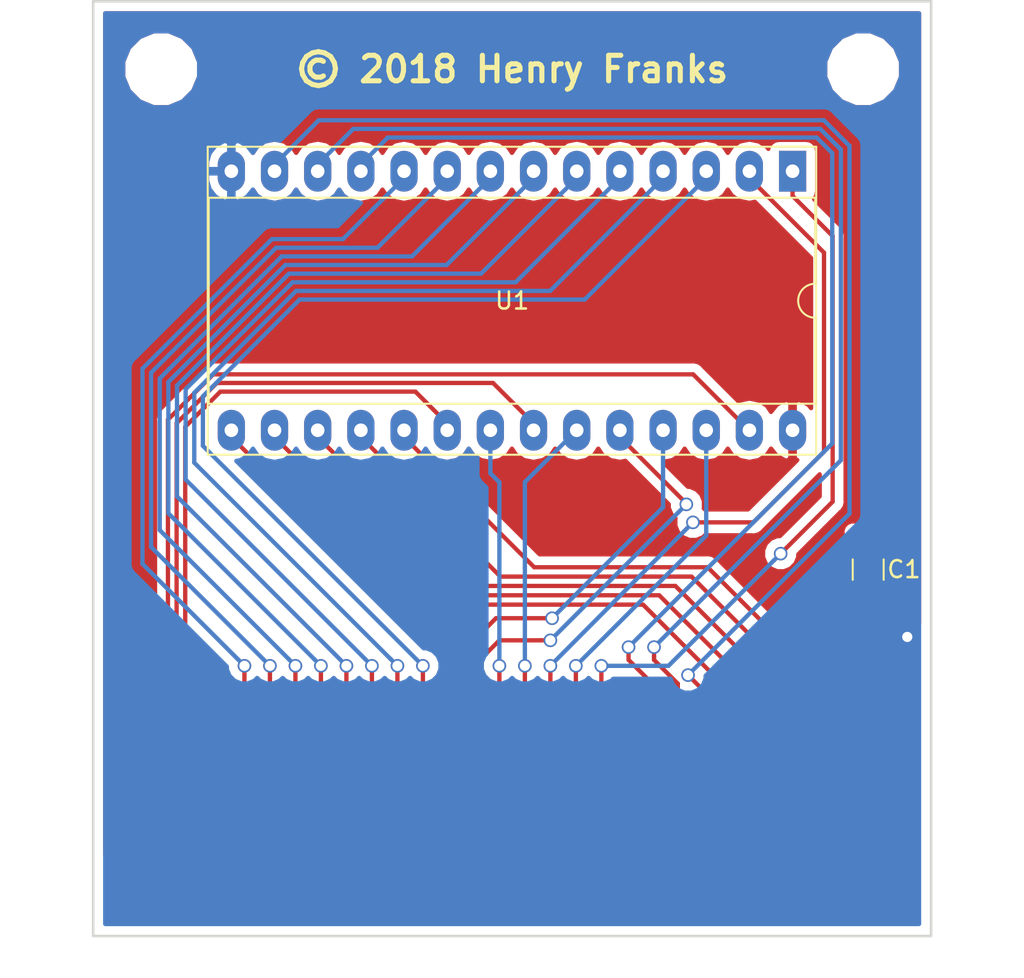
<source format=kicad_pcb>
(kicad_pcb (version 20171130) (host pcbnew "(5.0.0-3-g5ebb6b6)")

  (general
    (thickness 1.6)
    (drawings 5)
    (tracks 255)
    (zones 0)
    (modules 5)
    (nets 33)
  )

  (page A4)
  (layers
    (0 F.Cu signal)
    (31 B.Cu signal)
    (32 B.Adhes user)
    (33 F.Adhes user)
    (34 B.Paste user)
    (35 F.Paste user)
    (36 B.SilkS user)
    (37 F.SilkS user)
    (38 B.Mask user)
    (39 F.Mask user)
    (40 Dwgs.User user)
    (41 Cmts.User user)
    (42 Eco1.User user)
    (43 Eco2.User user)
    (44 Edge.Cuts user)
    (45 Margin user)
    (46 B.CrtYd user)
    (47 F.CrtYd user)
    (48 B.Fab user)
    (49 F.Fab user)
  )

  (setup
    (last_trace_width 0.254)
    (trace_clearance 0.254)
    (zone_clearance 0.508)
    (zone_45_only no)
    (trace_min 0.2)
    (segment_width 0.2)
    (edge_width 0.15)
    (via_size 0.8)
    (via_drill 0.6)
    (via_min_size 0.4)
    (via_min_drill 0.3)
    (uvia_size 0.3)
    (uvia_drill 0.1)
    (uvias_allowed no)
    (uvia_min_size 0.2)
    (uvia_min_drill 0.1)
    (pcb_text_width 0.3)
    (pcb_text_size 1.5 1.5)
    (mod_edge_width 0.15)
    (mod_text_size 1 1)
    (mod_text_width 0.15)
    (pad_size 3.2 3.2)
    (pad_drill 3.2)
    (pad_to_mask_clearance 0.2)
    (aux_axis_origin 0 0)
    (visible_elements FFFFFF7F)
    (pcbplotparams
      (layerselection 0x010fc_ffffffff)
      (usegerberextensions false)
      (usegerberattributes false)
      (usegerberadvancedattributes false)
      (creategerberjobfile false)
      (excludeedgelayer true)
      (linewidth 0.100000)
      (plotframeref false)
      (viasonmask false)
      (mode 1)
      (useauxorigin false)
      (hpglpennumber 1)
      (hpglpenspeed 20)
      (hpglpendiameter 15.000000)
      (psnegative false)
      (psa4output false)
      (plotreference true)
      (plotvalue true)
      (plotinvisibletext false)
      (padsonsilk false)
      (subtractmaskfromsilk false)
      (outputformat 1)
      (mirror false)
      (drillshape 1)
      (scaleselection 1)
      (outputdirectory ""))
  )

  (net 0 "")
  (net 1 VCC)
  (net 2 GND)
  (net 3 A14)
  (net 4 D3)
  (net 5 A12)
  (net 6 D4)
  (net 7 A7)
  (net 8 D5)
  (net 9 A6)
  (net 10 D6)
  (net 11 A5)
  (net 12 D7)
  (net 13 A4)
  (net 14 CS)
  (net 15 A3)
  (net 16 A10)
  (net 17 A2)
  (net 18 RD)
  (net 19 A1)
  (net 20 A11)
  (net 21 A0)
  (net 22 A9)
  (net 23 D0)
  (net 24 A8)
  (net 25 D1)
  (net 26 A13)
  (net 27 D2)
  (net 28 WR)
  (net 29 CLK)
  (net 30 A15)
  (net 31 RESET)
  (net 32 AUDIO)

  (net_class Default "This is the default net class."
    (clearance 0.254)
    (trace_width 0.254)
    (via_dia 0.8)
    (via_drill 0.6)
    (uvia_dia 0.3)
    (uvia_drill 0.1)
    (add_net A0)
    (add_net A1)
    (add_net A10)
    (add_net A11)
    (add_net A12)
    (add_net A13)
    (add_net A14)
    (add_net A15)
    (add_net A2)
    (add_net A3)
    (add_net A4)
    (add_net A5)
    (add_net A6)
    (add_net A7)
    (add_net A8)
    (add_net A9)
    (add_net AUDIO)
    (add_net CLK)
    (add_net CS)
    (add_net D0)
    (add_net D1)
    (add_net D2)
    (add_net D3)
    (add_net D4)
    (add_net D5)
    (add_net D6)
    (add_net D7)
    (add_net RD)
    (add_net RESET)
    (add_net WR)
  )

  (net_class Power ""
    (clearance 0.4)
    (trace_width 0.4)
    (via_dia 0.8)
    (via_drill 0.6)
    (uvia_dia 0.3)
    (uvia_drill 0.1)
    (add_net GND)
    (add_net VCC)
  )

  (module MountingHole:MountingHole_3.2mm_M3 (layer F.Cu) (tedit 5B87D95F) (tstamp 5B9F779D)
    (at 91 92)
    (descr "Mounting Hole 3.2mm, no annular, M3")
    (tags "mounting hole 3.2mm no annular m3")
    (attr virtual)
    (fp_text reference MNT1 (at 4 0) (layer F.SilkS) hide
      (effects (font (size 1 1) (thickness 0.15)))
    )
    (fp_text value MountingHole_3.2mm_M3 (at 0 4.2) (layer F.Fab)
      (effects (font (size 1 1) (thickness 0.15)))
    )
    (fp_circle (center 0 0) (end 3.45 0) (layer F.CrtYd) (width 0.05))
    (fp_circle (center 0 0) (end 3.2 0) (layer Cmts.User) (width 0.15))
    (fp_text user %R (at 0.3 0) (layer F.Fab)
      (effects (font (size 1 1) (thickness 0.15)))
    )
    (pad "" np_thru_hole circle (at 0 0) (size 3.2 3.2) (drill 3.2) (layers *.Cu *.Mask))
  )

  (module Package_DIP:DIP-28_W15.24mm_Socket_LongPads (layer F.Cu) (tedit 5A02E8C5) (tstamp 5B9F62CD)
    (at 128.15 98 270)
    (descr "28-lead though-hole mounted DIP package, row spacing 15.24 mm (600 mils), Socket, LongPads")
    (tags "THT DIP DIL PDIP 2.54mm 15.24mm 600mil Socket LongPads")
    (path /5B7AF674)
    (fp_text reference U1 (at 7.62 16.5) (layer F.SilkS)
      (effects (font (size 1 1) (thickness 0.15)))
    )
    (fp_text value AT28C256 (at 7.62 35.35 270) (layer F.Fab)
      (effects (font (size 1 1) (thickness 0.15)))
    )
    (fp_arc (start 7.62 -1.33) (end 6.62 -1.33) (angle -180) (layer F.SilkS) (width 0.12))
    (fp_line (start 1.255 -1.27) (end 14.985 -1.27) (layer F.Fab) (width 0.1))
    (fp_line (start 14.985 -1.27) (end 14.985 34.29) (layer F.Fab) (width 0.1))
    (fp_line (start 14.985 34.29) (end 0.255 34.29) (layer F.Fab) (width 0.1))
    (fp_line (start 0.255 34.29) (end 0.255 -0.27) (layer F.Fab) (width 0.1))
    (fp_line (start 0.255 -0.27) (end 1.255 -1.27) (layer F.Fab) (width 0.1))
    (fp_line (start -1.27 -1.33) (end -1.27 34.35) (layer F.Fab) (width 0.1))
    (fp_line (start -1.27 34.35) (end 16.51 34.35) (layer F.Fab) (width 0.1))
    (fp_line (start 16.51 34.35) (end 16.51 -1.33) (layer F.Fab) (width 0.1))
    (fp_line (start 16.51 -1.33) (end -1.27 -1.33) (layer F.Fab) (width 0.1))
    (fp_line (start 6.62 -1.33) (end 1.56 -1.33) (layer F.SilkS) (width 0.12))
    (fp_line (start 1.56 -1.33) (end 1.56 34.35) (layer F.SilkS) (width 0.12))
    (fp_line (start 1.56 34.35) (end 13.68 34.35) (layer F.SilkS) (width 0.12))
    (fp_line (start 13.68 34.35) (end 13.68 -1.33) (layer F.SilkS) (width 0.12))
    (fp_line (start 13.68 -1.33) (end 8.62 -1.33) (layer F.SilkS) (width 0.12))
    (fp_line (start -1.44 -1.39) (end -1.44 34.41) (layer F.SilkS) (width 0.12))
    (fp_line (start -1.44 34.41) (end 16.68 34.41) (layer F.SilkS) (width 0.12))
    (fp_line (start 16.68 34.41) (end 16.68 -1.39) (layer F.SilkS) (width 0.12))
    (fp_line (start 16.68 -1.39) (end -1.44 -1.39) (layer F.SilkS) (width 0.12))
    (fp_line (start -1.55 -1.6) (end -1.55 34.65) (layer F.CrtYd) (width 0.05))
    (fp_line (start -1.55 34.65) (end 16.8 34.65) (layer F.CrtYd) (width 0.05))
    (fp_line (start 16.8 34.65) (end 16.8 -1.6) (layer F.CrtYd) (width 0.05))
    (fp_line (start 16.8 -1.6) (end -1.55 -1.6) (layer F.CrtYd) (width 0.05))
    (fp_text user %R (at 7.62 16.51 270) (layer F.Fab)
      (effects (font (size 1 1) (thickness 0.15)))
    )
    (pad 1 thru_hole rect (at 0 0 270) (size 2.4 1.6) (drill 0.8) (layers *.Cu *.Mask)
      (net 3 A14))
    (pad 15 thru_hole oval (at 15.24 33.02 270) (size 2.4 1.6) (drill 0.8) (layers *.Cu *.Mask)
      (net 4 D3))
    (pad 2 thru_hole oval (at 0 2.54 270) (size 2.4 1.6) (drill 0.8) (layers *.Cu *.Mask)
      (net 5 A12))
    (pad 16 thru_hole oval (at 15.24 30.48 270) (size 2.4 1.6) (drill 0.8) (layers *.Cu *.Mask)
      (net 6 D4))
    (pad 3 thru_hole oval (at 0 5.08 270) (size 2.4 1.6) (drill 0.8) (layers *.Cu *.Mask)
      (net 7 A7))
    (pad 17 thru_hole oval (at 15.24 27.94 270) (size 2.4 1.6) (drill 0.8) (layers *.Cu *.Mask)
      (net 8 D5))
    (pad 4 thru_hole oval (at 0 7.62 270) (size 2.4 1.6) (drill 0.8) (layers *.Cu *.Mask)
      (net 9 A6))
    (pad 18 thru_hole oval (at 15.24 25.4 270) (size 2.4 1.6) (drill 0.8) (layers *.Cu *.Mask)
      (net 10 D6))
    (pad 5 thru_hole oval (at 0 10.16 270) (size 2.4 1.6) (drill 0.8) (layers *.Cu *.Mask)
      (net 11 A5))
    (pad 19 thru_hole oval (at 15.24 22.86 270) (size 2.4 1.6) (drill 0.8) (layers *.Cu *.Mask)
      (net 12 D7))
    (pad 6 thru_hole oval (at 0 12.7 270) (size 2.4 1.6) (drill 0.8) (layers *.Cu *.Mask)
      (net 13 A4))
    (pad 20 thru_hole oval (at 15.24 20.32 270) (size 2.4 1.6) (drill 0.8) (layers *.Cu *.Mask)
      (net 14 CS))
    (pad 7 thru_hole oval (at 0 15.24 270) (size 2.4 1.6) (drill 0.8) (layers *.Cu *.Mask)
      (net 15 A3))
    (pad 21 thru_hole oval (at 15.24 17.78 270) (size 2.4 1.6) (drill 0.8) (layers *.Cu *.Mask)
      (net 16 A10))
    (pad 8 thru_hole oval (at 0 17.78 270) (size 2.4 1.6) (drill 0.8) (layers *.Cu *.Mask)
      (net 17 A2))
    (pad 22 thru_hole oval (at 15.24 15.24 270) (size 2.4 1.6) (drill 0.8) (layers *.Cu *.Mask)
      (net 18 RD))
    (pad 9 thru_hole oval (at 0 20.32 270) (size 2.4 1.6) (drill 0.8) (layers *.Cu *.Mask)
      (net 19 A1))
    (pad 23 thru_hole oval (at 15.24 12.7 270) (size 2.4 1.6) (drill 0.8) (layers *.Cu *.Mask)
      (net 20 A11))
    (pad 10 thru_hole oval (at 0 22.86 270) (size 2.4 1.6) (drill 0.8) (layers *.Cu *.Mask)
      (net 21 A0))
    (pad 24 thru_hole oval (at 15.24 10.16 270) (size 2.4 1.6) (drill 0.8) (layers *.Cu *.Mask)
      (net 22 A9))
    (pad 11 thru_hole oval (at 0 25.4 270) (size 2.4 1.6) (drill 0.8) (layers *.Cu *.Mask)
      (net 23 D0))
    (pad 25 thru_hole oval (at 15.24 7.62 270) (size 2.4 1.6) (drill 0.8) (layers *.Cu *.Mask)
      (net 24 A8))
    (pad 12 thru_hole oval (at 0 27.94 270) (size 2.4 1.6) (drill 0.8) (layers *.Cu *.Mask)
      (net 25 D1))
    (pad 26 thru_hole oval (at 15.24 5.08 270) (size 2.4 1.6) (drill 0.8) (layers *.Cu *.Mask)
      (net 26 A13))
    (pad 13 thru_hole oval (at 0 30.48 270) (size 2.4 1.6) (drill 0.8) (layers *.Cu *.Mask)
      (net 27 D2))
    (pad 27 thru_hole oval (at 15.24 2.54 270) (size 2.4 1.6) (drill 0.8) (layers *.Cu *.Mask)
      (net 28 WR))
    (pad 14 thru_hole oval (at 0 33.02 270) (size 2.4 1.6) (drill 0.8) (layers *.Cu *.Mask)
      (net 2 GND))
    (pad 28 thru_hole oval (at 15.24 0 270) (size 2.4 1.6) (drill 0.8) (layers *.Cu *.Mask)
      (net 1 VCC))
    (model ${KISYS3DMOD}/Package_DIP.3dshapes/DIP-28_W15.24mm_Socket.wrl
      (at (xyz 0 0 0))
      (scale (xyz 1 1 1))
      (rotate (xyz 0 0 0))
    )
  )

  (module Capacitor_SMD:C_1206_3216Metric_Pad1.42x1.75mm_HandSolder (layer F.Cu) (tedit 5B301BBE) (tstamp 5B7B1E41)
    (at 132.6 121.4375 270)
    (descr "Capacitor SMD 1206 (3216 Metric), square (rectangular) end terminal, IPC_7351 nominal with elongated pad for handsoldering. (Body size source: http://www.tortai-tech.com/upload/download/2011102023233369053.pdf), generated with kicad-footprint-generator")
    (tags "capacitor handsolder")
    (path /5B79B32A)
    (attr smd)
    (fp_text reference C1 (at -0.0125 -2.1) (layer F.SilkS)
      (effects (font (size 1 1) (thickness 0.15)))
    )
    (fp_text value 10nF (at 0 1.82 270) (layer F.Fab)
      (effects (font (size 1 1) (thickness 0.15)))
    )
    (fp_line (start -1.6 0.8) (end -1.6 -0.8) (layer F.Fab) (width 0.1))
    (fp_line (start -1.6 -0.8) (end 1.6 -0.8) (layer F.Fab) (width 0.1))
    (fp_line (start 1.6 -0.8) (end 1.6 0.8) (layer F.Fab) (width 0.1))
    (fp_line (start 1.6 0.8) (end -1.6 0.8) (layer F.Fab) (width 0.1))
    (fp_line (start -0.602064 -0.91) (end 0.602064 -0.91) (layer F.SilkS) (width 0.12))
    (fp_line (start -0.602064 0.91) (end 0.602064 0.91) (layer F.SilkS) (width 0.12))
    (fp_line (start -2.45 1.12) (end -2.45 -1.12) (layer F.CrtYd) (width 0.05))
    (fp_line (start -2.45 -1.12) (end 2.45 -1.12) (layer F.CrtYd) (width 0.05))
    (fp_line (start 2.45 -1.12) (end 2.45 1.12) (layer F.CrtYd) (width 0.05))
    (fp_line (start 2.45 1.12) (end -2.45 1.12) (layer F.CrtYd) (width 0.05))
    (fp_text user %R (at 0 0 270) (layer F.Fab)
      (effects (font (size 0.8 0.8) (thickness 0.12)))
    )
    (pad 1 smd roundrect (at -1.4875 0 270) (size 1.425 1.75) (layers F.Cu F.Paste F.Mask) (roundrect_rratio 0.175439)
      (net 1 VCC))
    (pad 2 smd roundrect (at 1.4875 0 270) (size 1.425 1.75) (layers F.Cu F.Paste F.Mask) (roundrect_rratio 0.175439)
      (net 2 GND))
    (model ${KISYS3DMOD}/Capacitor_SMD.3dshapes/C_1206_3216Metric.wrl
      (at (xyz 0 0 0))
      (scale (xyz 1 1 1))
      (rotate (xyz 0 0 0))
    )
  )

  (module "Gameboy Cartridge:Edge Connector" (layer F.Cu) (tedit 5B7B0347) (tstamp 5B9F3910)
    (at 111.65 140.55)
    (path /5B7B5413)
    (fp_text reference J1 (at 0 -3.81) (layer F.SilkS) hide
      (effects (font (size 1.5 1.5) (thickness 0.15)))
    )
    (fp_text value Conn_01x32_Male (at 0 3.81) (layer F.Fab)
      (effects (font (size 1.5 1.5) (thickness 0.15)))
    )
    (pad 1 smd rect (at -23.25 0) (size 1 3.5) (layers F.Cu F.Paste F.Mask)
      (net 1 VCC))
    (pad 2 smd rect (at -21.75 0) (size 1 3.5) (layers F.Cu F.Paste F.Mask)
      (net 29 CLK))
    (pad 3 smd rect (at -20.25 0) (size 1 3.5) (layers F.Cu F.Paste F.Mask)
      (net 28 WR))
    (pad 4 smd rect (at -18.75 0) (size 1 3.5) (layers F.Cu F.Paste F.Mask)
      (net 18 RD))
    (pad 5 smd rect (at -17.25 0) (size 1 3.5) (layers F.Cu F.Paste F.Mask)
      (net 14 CS))
    (pad 6 smd rect (at -15.75 0) (size 1 3.5) (layers F.Cu F.Paste F.Mask)
      (net 21 A0))
    (pad 7 smd rect (at -14.25 0) (size 1 3.5) (layers F.Cu F.Paste F.Mask)
      (net 19 A1))
    (pad 8 smd rect (at -12.75 0) (size 1 3.5) (layers F.Cu F.Paste F.Mask)
      (net 17 A2))
    (pad 9 smd rect (at -11.25 0) (size 1 3.5) (layers F.Cu F.Paste F.Mask)
      (net 15 A3))
    (pad 10 smd rect (at -9.75 0) (size 1 3.5) (layers F.Cu F.Paste F.Mask)
      (net 13 A4))
    (pad 11 smd rect (at -8.25 0) (size 1 3.5) (layers F.Cu F.Paste F.Mask)
      (net 11 A5))
    (pad 12 smd rect (at -6.75 0) (size 1 3.5) (layers F.Cu F.Paste F.Mask)
      (net 9 A6))
    (pad 13 smd rect (at -5.25 0) (size 1 3.5) (layers F.Cu F.Paste F.Mask)
      (net 7 A7))
    (pad 14 smd rect (at -3.75 0) (size 1 3.5) (layers F.Cu F.Paste F.Mask)
      (net 24 A8))
    (pad 15 smd rect (at -2.25 0) (size 1 3.5) (layers F.Cu F.Paste F.Mask)
      (net 22 A9))
    (pad 16 smd rect (at -0.75 0) (size 1 3.5) (layers F.Cu F.Paste F.Mask)
      (net 16 A10))
    (pad 17 smd rect (at 0.75 0) (size 1 3.5) (layers F.Cu F.Paste F.Mask)
      (net 20 A11))
    (pad 18 smd rect (at 2.25 0) (size 1 3.5) (layers F.Cu F.Paste F.Mask)
      (net 5 A12))
    (pad 19 smd rect (at 3.75 0) (size 1 3.5) (layers F.Cu F.Paste F.Mask)
      (net 26 A13))
    (pad 20 smd rect (at 5.25 0) (size 1 3.5) (layers F.Cu F.Paste F.Mask)
      (net 3 A14))
    (pad 21 smd rect (at 6.75 0) (size 1 3.5) (layers F.Cu F.Paste F.Mask)
      (net 30 A15))
    (pad 22 smd rect (at 8.25 0) (size 1 3.5) (layers F.Cu F.Paste F.Mask)
      (net 23 D0))
    (pad 23 smd rect (at 9.75 0) (size 1 3.5) (layers F.Cu F.Paste F.Mask)
      (net 25 D1))
    (pad 24 smd rect (at 11.25 0) (size 1 3.5) (layers F.Cu F.Paste F.Mask)
      (net 27 D2))
    (pad 25 smd rect (at 12.75 0) (size 1 3.5) (layers F.Cu F.Paste F.Mask)
      (net 4 D3))
    (pad 26 smd rect (at 14.25 0) (size 1 3.5) (layers F.Cu F.Paste F.Mask)
      (net 6 D4))
    (pad 27 smd rect (at 15.75 0) (size 1 3.5) (layers F.Cu F.Paste F.Mask)
      (net 8 D5))
    (pad 28 smd rect (at 17.25 0) (size 1 3.5) (layers F.Cu F.Paste F.Mask)
      (net 10 D6))
    (pad 29 smd rect (at 18.75 0) (size 1 3.5) (layers F.Cu F.Paste F.Mask)
      (net 12 D7))
    (pad 30 smd rect (at 20.25 0) (size 1 3.5) (layers F.Cu F.Paste F.Mask)
      (net 31 RESET))
    (pad 31 smd rect (at 21.75 0) (size 1 3.5) (layers F.Cu F.Paste F.Mask)
      (net 32 AUDIO))
    (pad 32 smd rect (at 23.25 -0.75) (size 1 5) (layers F.Cu F.Paste F.Mask)
      (net 2 GND))
  )

  (module MountingHole:MountingHole_3.2mm_M3 (layer F.Cu) (tedit 5B87D955) (tstamp 5B9F57A5)
    (at 132.3 92)
    (descr "Mounting Hole 3.2mm, no annular, M3")
    (tags "mounting hole 3.2mm no annular m3")
    (attr virtual)
    (fp_text reference MNT2 (at -4 0) (layer F.SilkS) hide
      (effects (font (size 1 1) (thickness 0.15)))
    )
    (fp_text value MountingHole_3.2mm_M3 (at 0 4.2) (layer F.Fab)
      (effects (font (size 1 1) (thickness 0.15)))
    )
    (fp_circle (center 0 0) (end 3.45 0) (layer F.CrtYd) (width 0.05))
    (fp_circle (center 0 0) (end 3.2 0) (layer Cmts.User) (width 0.15))
    (fp_text user %R (at 0.3 0) (layer F.Fab)
      (effects (font (size 1 1) (thickness 0.15)))
    )
    (pad "" np_thru_hole circle (at 0 0) (size 3.2 3.2) (drill 3.2) (layers *.Cu *.Mask))
  )

  (gr_text "© 2018 Henry Franks" (at 111.65 92) (layer F.SilkS)
    (effects (font (size 1.5 1.5) (thickness 0.3)))
  )
  (gr_line (start 87 88) (end 87 143) (layer Edge.Cuts) (width 0.15) (tstamp 5B9F3B96))
  (gr_line (start 136.3 88) (end 87 88) (layer Edge.Cuts) (width 0.15))
  (gr_line (start 136.3 143) (end 136.3 88) (layer Edge.Cuts) (width 0.15))
  (gr_line (start 87 143) (end 136.3 143) (layer Edge.Cuts) (width 0.15))

  (segment (start 134.9 129.8) (end 134.9 127.8) (width 0.4) (layer F.Cu) (net 2))
  (via (at 134.9 125.4) (size 0.8) (drill 0.6) (layers F.Cu B.Cu) (net 2))
  (segment (start 134.9 125.4) (end 134.9 129.8) (width 0.4) (layer F.Cu) (net 2))
  (segment (start 134.9 125.225) (end 132.6 122.925) (width 0.4) (layer F.Cu) (net 2))
  (segment (start 134.9 125.4) (end 134.9 125.225) (width 0.4) (layer F.Cu) (net 2))
  (segment (start 134.9 129.8) (end 134.9 139.8) (width 0.4) (layer F.Cu) (net 2))
  (via (at 116.9 127.1) (size 0.8) (drill 0.6) (layers F.Cu B.Cu) (net 3))
  (via (at 127.45 120.5) (size 0.8) (drill 0.6) (layers F.Cu B.Cu) (net 3))
  (segment (start 116.9 127.1) (end 120.85 127.1) (width 0.254) (layer B.Cu) (net 3))
  (segment (start 120.85 127.1) (end 127.050001 120.899999) (width 0.254) (layer B.Cu) (net 3))
  (segment (start 127.050001 120.899999) (end 127.45 120.5) (width 0.254) (layer B.Cu) (net 3))
  (segment (start 116.9 140.55) (end 116.9 129.9) (width 0.254) (layer F.Cu) (net 3))
  (segment (start 116.9 129.9) (end 116.9 127.1) (width 0.254) (layer F.Cu) (net 3))
  (segment (start 116.9 130.55) (end 116.9 129.9) (width 0.254) (layer F.Cu) (net 3))
  (segment (start 130.508011 101.812011) (end 128.15 99.454) (width 0.254) (layer F.Cu) (net 3))
  (segment (start 130.508011 117.441989) (end 130.508011 101.812011) (width 0.254) (layer F.Cu) (net 3))
  (segment (start 127.45 120.5) (end 130.508011 117.441989) (width 0.254) (layer F.Cu) (net 3))
  (segment (start 128.15 99.454) (end 128.15 98) (width 0.254) (layer F.Cu) (net 3))
  (segment (start 95.13 113.64) (end 104.99 123.5) (width 0.254) (layer F.Cu) (net 4))
  (segment (start 95.13 113.24) (end 95.13 113.64) (width 0.254) (layer F.Cu) (net 4))
  (segment (start 119.354 123.5) (end 124.4 128.546) (width 0.254) (layer F.Cu) (net 4))
  (segment (start 104.99 123.5) (end 119.354 123.5) (width 0.254) (layer F.Cu) (net 4))
  (segment (start 124.4 140.55) (end 124.4 130.3) (width 0.254) (layer F.Cu) (net 4))
  (segment (start 124.4 130.3) (end 124.4 130.55) (width 0.254) (layer F.Cu) (net 4))
  (segment (start 124.4 128.546) (end 124.4 130.3) (width 0.254) (layer F.Cu) (net 4))
  (via (at 113.9 127.1) (size 0.8) (drill 0.6) (layers F.Cu B.Cu) (net 5))
  (segment (start 113.9 128.546) (end 113.9 127.1) (width 0.254) (layer F.Cu) (net 5))
  (segment (start 125.61 98.4) (end 125.61 98) (width 0.254) (layer B.Cu) (net 5))
  (segment (start 122.29962 118.648999) (end 122.289 118.659619) (width 0.254) (layer B.Cu) (net 5))
  (segment (start 122.351001 118.648999) (end 122.29962 118.648999) (width 0.254) (layer B.Cu) (net 5))
  (via (at 122.289 118.659619) (size 0.8) (drill 0.6) (layers F.Cu B.Cu) (net 5))
  (segment (start 113.9 127.1) (end 122.289 118.659619) (width 0.254) (layer B.Cu) (net 5))
  (segment (start 122.298619 118.65) (end 122.289 118.659619) (width 0.254) (layer F.Cu) (net 5))
  (segment (start 113.9 130.2) (end 113.9 128.546) (width 0.254) (layer F.Cu) (net 5))
  (segment (start 113.9 140.55) (end 113.9 130.2) (width 0.254) (layer F.Cu) (net 5))
  (segment (start 113.9 130.55) (end 113.9 130.2) (width 0.254) (layer F.Cu) (net 5))
  (segment (start 125.840381 118.659619) (end 130 114.5) (width 0.254) (layer F.Cu) (net 5))
  (segment (start 125.61 98.4) (end 125.61 98) (width 0.254) (layer F.Cu) (net 5))
  (segment (start 130 102.79) (end 125.61 98.4) (width 0.254) (layer F.Cu) (net 5))
  (segment (start 130 114.5) (end 130 102.79) (width 0.254) (layer F.Cu) (net 5))
  (segment (start 122.289 118.659619) (end 125.840381 118.659619) (width 0.254) (layer F.Cu) (net 5))
  (segment (start 97.67 113.24) (end 97.67 113.64) (width 0.254) (layer F.Cu) (net 6))
  (segment (start 97.67 113.64) (end 106.98 122.95) (width 0.254) (layer F.Cu) (net 6))
  (segment (start 120.304 122.95) (end 125.9 128.546) (width 0.254) (layer F.Cu) (net 6))
  (segment (start 106.98 122.95) (end 120.304 122.95) (width 0.254) (layer F.Cu) (net 6))
  (segment (start 125.9 130.3) (end 125.9 140.55) (width 0.254) (layer F.Cu) (net 6))
  (segment (start 125.9 128.546) (end 125.9 130.3) (width 0.254) (layer F.Cu) (net 6))
  (segment (start 125.9 130.3) (end 125.9 130.55) (width 0.254) (layer F.Cu) (net 6))
  (via (at 106.4 127.1) (size 0.8) (drill 0.6) (layers F.Cu B.Cu) (net 7))
  (segment (start 93.456077 114.156077) (end 106.000001 126.700001) (width 0.254) (layer B.Cu) (net 7))
  (segment (start 123.07 98) (end 123.07 98.4) (width 0.254) (layer B.Cu) (net 7))
  (segment (start 123.07 98.4) (end 115.92 105.55) (width 0.254) (layer B.Cu) (net 7))
  (segment (start 115.92 105.55) (end 99.150003 105.55) (width 0.254) (layer B.Cu) (net 7))
  (segment (start 99.150003 105.55) (end 93.456077 111.243926) (width 0.254) (layer B.Cu) (net 7))
  (segment (start 93.456077 111.243926) (end 93.456077 114.156077) (width 0.254) (layer B.Cu) (net 7))
  (segment (start 106.000001 126.700001) (end 106.4 127.1) (width 0.254) (layer B.Cu) (net 7))
  (segment (start 106.4 130.3) (end 106.4 127.1) (width 0.254) (layer F.Cu) (net 7))
  (segment (start 106.4 140.55) (end 106.4 130.3) (width 0.254) (layer F.Cu) (net 7))
  (segment (start 106.4 130.55) (end 106.4 130.3) (width 0.254) (layer F.Cu) (net 7))
  (segment (start 100.21 113.64) (end 108.97 122.4) (width 0.254) (layer F.Cu) (net 8))
  (segment (start 100.21 113.24) (end 100.21 113.64) (width 0.254) (layer F.Cu) (net 8))
  (segment (start 121.254 122.4) (end 127.4 128.546) (width 0.254) (layer F.Cu) (net 8))
  (segment (start 108.97 122.4) (end 121.254 122.4) (width 0.254) (layer F.Cu) (net 8))
  (segment (start 127.4 140.55) (end 127.4 130.3) (width 0.254) (layer F.Cu) (net 8))
  (segment (start 127.4 130.3) (end 127.4 130.55) (width 0.254) (layer F.Cu) (net 8))
  (segment (start 127.4 128.546) (end 127.4 130.3) (width 0.254) (layer F.Cu) (net 8))
  (via (at 104.9 127.1) (size 0.8) (drill 0.6) (layers F.Cu B.Cu) (net 9))
  (segment (start 113.888011 105.041989) (end 112.066444 105.04199) (width 0.254) (layer B.Cu) (net 9))
  (segment (start 92.948066 111.033501) (end 92.948066 115.148066) (width 0.254) (layer B.Cu) (net 9))
  (segment (start 120.53 98.4) (end 113.888011 105.041989) (width 0.254) (layer B.Cu) (net 9))
  (segment (start 120.53 98) (end 120.53 98.4) (width 0.254) (layer B.Cu) (net 9))
  (segment (start 112.066444 105.04199) (end 98.939576 105.041991) (width 0.254) (layer B.Cu) (net 9))
  (segment (start 98.939576 105.041991) (end 92.948066 111.033501) (width 0.254) (layer B.Cu) (net 9))
  (segment (start 104.500001 126.700001) (end 104.9 127.1) (width 0.254) (layer B.Cu) (net 9))
  (segment (start 92.948066 115.148066) (end 104.500001 126.700001) (width 0.254) (layer B.Cu) (net 9))
  (segment (start 104.9 140.55) (end 104.9 130.2) (width 0.254) (layer F.Cu) (net 9))
  (segment (start 104.9 130.2) (end 104.9 127.1) (width 0.254) (layer F.Cu) (net 9))
  (segment (start 104.9 130.55) (end 104.9 130.2) (width 0.254) (layer F.Cu) (net 9))
  (segment (start 102.75 113.64) (end 110.96 121.85) (width 0.254) (layer F.Cu) (net 10))
  (segment (start 102.75 113.24) (end 102.75 113.64) (width 0.254) (layer F.Cu) (net 10))
  (segment (start 122.204 121.85) (end 128.9 128.546) (width 0.254) (layer F.Cu) (net 10))
  (segment (start 110.96 121.85) (end 122.204 121.85) (width 0.254) (layer F.Cu) (net 10))
  (segment (start 128.9 130.4) (end 128.9 140.55) (width 0.254) (layer F.Cu) (net 10))
  (segment (start 128.9 128.546) (end 128.9 130.4) (width 0.254) (layer F.Cu) (net 10))
  (segment (start 128.9 130.4) (end 128.9 130.55) (width 0.254) (layer F.Cu) (net 10))
  (via (at 103.4 127.1) (size 0.8) (drill 0.6) (layers F.Cu B.Cu) (net 11))
  (segment (start 98.729149 104.533982) (end 92.440055 110.823076) (width 0.254) (layer B.Cu) (net 11))
  (segment (start 92.440055 110.823076) (end 92.440055 116.140055) (width 0.254) (layer B.Cu) (net 11))
  (segment (start 92.440055 116.140055) (end 103.000001 126.700001) (width 0.254) (layer B.Cu) (net 11))
  (segment (start 117.99 98.4) (end 111.85602 104.53398) (width 0.254) (layer B.Cu) (net 11))
  (segment (start 103.000001 126.700001) (end 103.4 127.1) (width 0.254) (layer B.Cu) (net 11))
  (segment (start 111.85602 104.53398) (end 98.729149 104.533982) (width 0.254) (layer B.Cu) (net 11))
  (segment (start 117.99 98) (end 117.99 98.4) (width 0.254) (layer B.Cu) (net 11))
  (segment (start 103.4 140.55) (end 103.4 130.4) (width 0.254) (layer F.Cu) (net 11))
  (segment (start 103.4 130.4) (end 103.4 127.1) (width 0.254) (layer F.Cu) (net 11))
  (segment (start 103.4 130.55) (end 103.4 130.4) (width 0.254) (layer F.Cu) (net 11))
  (segment (start 105.29 113.64) (end 112.95 121.3) (width 0.254) (layer F.Cu) (net 12))
  (segment (start 105.29 113.24) (end 105.29 113.64) (width 0.254) (layer F.Cu) (net 12))
  (segment (start 130.4 128.546) (end 130.4 130.55) (width 0.254) (layer F.Cu) (net 12))
  (segment (start 123.154 121.3) (end 130.4 128.546) (width 0.254) (layer F.Cu) (net 12))
  (segment (start 112.95 121.3) (end 123.154 121.3) (width 0.254) (layer F.Cu) (net 12))
  (segment (start 130.4 130.55) (end 130.4 140.55) (width 0.254) (layer F.Cu) (net 12))
  (via (at 101.9 127.1) (size 0.8) (drill 0.6) (layers F.Cu B.Cu) (net 13))
  (segment (start 91.932044 117.132044) (end 91.932044 110.612651) (width 0.254) (layer B.Cu) (net 13))
  (segment (start 101.9 127.1) (end 91.932044 117.132044) (width 0.254) (layer B.Cu) (net 13))
  (segment (start 98.518726 104.025969) (end 109.824031 104.025969) (width 0.254) (layer B.Cu) (net 13))
  (segment (start 91.932044 110.612651) (end 98.518726 104.025969) (width 0.254) (layer B.Cu) (net 13))
  (segment (start 115.45 98.4) (end 115.45 98) (width 0.254) (layer B.Cu) (net 13))
  (segment (start 109.824031 104.025969) (end 115.45 98.4) (width 0.254) (layer B.Cu) (net 13))
  (segment (start 101.9 140.55) (end 101.9 130.4) (width 0.254) (layer F.Cu) (net 13))
  (segment (start 101.9 130.4) (end 101.9 127.1) (width 0.254) (layer F.Cu) (net 13))
  (segment (start 101.9 130.55) (end 101.9 130.4) (width 0.254) (layer F.Cu) (net 13))
  (segment (start 107.83 113.24) (end 107.83 113.64) (width 0.254) (layer B.Cu) (net 14))
  (segment (start 92.416022 126.562022) (end 92.416022 113.033978) (width 0.254) (layer F.Cu) (net 14))
  (segment (start 94.483978 110.966022) (end 105.956022 110.966022) (width 0.254) (layer F.Cu) (net 14))
  (segment (start 107.83 112.84) (end 107.83 113.24) (width 0.254) (layer F.Cu) (net 14))
  (segment (start 92.416022 113.033978) (end 94.483978 110.966022) (width 0.254) (layer F.Cu) (net 14))
  (segment (start 94.4 130.55) (end 94.4 128.546) (width 0.254) (layer F.Cu) (net 14))
  (segment (start 94.4 128.546) (end 92.416022 126.562022) (width 0.254) (layer F.Cu) (net 14))
  (segment (start 105.956022 110.966022) (end 107.83 112.84) (width 0.254) (layer F.Cu) (net 14))
  (segment (start 94.4 130.55) (end 94.4 140.55) (width 0.254) (layer F.Cu) (net 14))
  (via (at 100.4 127.1) (size 0.8) (drill 0.6) (layers F.Cu B.Cu) (net 15))
  (segment (start 91.424033 110.402226) (end 91.424033 118.124033) (width 0.254) (layer B.Cu) (net 15))
  (segment (start 91.424033 118.124033) (end 100.000001 126.700001) (width 0.254) (layer B.Cu) (net 15))
  (segment (start 107.79204 103.51796) (end 98.308299 103.51796) (width 0.254) (layer B.Cu) (net 15))
  (segment (start 112.91 98.4) (end 107.79204 103.51796) (width 0.254) (layer B.Cu) (net 15))
  (segment (start 98.308299 103.51796) (end 91.424033 110.402226) (width 0.254) (layer B.Cu) (net 15))
  (segment (start 112.91 98) (end 112.91 98.4) (width 0.254) (layer B.Cu) (net 15))
  (segment (start 100.000001 126.700001) (end 100.4 127.1) (width 0.254) (layer B.Cu) (net 15))
  (segment (start 100.4 140.55) (end 100.4 129.6) (width 0.254) (layer F.Cu) (net 15))
  (segment (start 100.4 129.6) (end 100.4 127.1) (width 0.254) (layer F.Cu) (net 15))
  (segment (start 100.4 130.55) (end 100.4 129.6) (width 0.254) (layer F.Cu) (net 15))
  (via (at 110.9 127.10002) (size 0.8) (drill 0.6) (layers F.Cu B.Cu) (net 16))
  (segment (start 110.9 116.3) (end 110.9 127.10002) (width 0.254) (layer B.Cu) (net 16))
  (segment (start 110.37 115.77) (end 110.9 116.3) (width 0.254) (layer B.Cu) (net 16))
  (segment (start 110.37 113.24) (end 110.37 115.77) (width 0.254) (layer B.Cu) (net 16))
  (segment (start 110.9 140.55) (end 110.9 130.4) (width 0.254) (layer F.Cu) (net 16))
  (segment (start 110.9 130.4) (end 110.9 127.10002) (width 0.254) (layer F.Cu) (net 16))
  (segment (start 110.9 130.55) (end 110.9 130.4) (width 0.254) (layer F.Cu) (net 16))
  (via (at 98.9 127.1) (size 0.8) (drill 0.6) (layers F.Cu B.Cu) (net 17))
  (segment (start 110.37 98.4) (end 105.760051 103.009949) (width 0.254) (layer B.Cu) (net 17))
  (segment (start 110.37 98) (end 110.37 98.4) (width 0.254) (layer B.Cu) (net 17))
  (segment (start 105.760051 103.009949) (end 98.097874 103.009949) (width 0.254) (layer B.Cu) (net 17))
  (segment (start 90.916022 110.191801) (end 90.916022 119.116022) (width 0.254) (layer B.Cu) (net 17))
  (segment (start 90.916022 119.116022) (end 98.500001 126.700001) (width 0.254) (layer B.Cu) (net 17))
  (segment (start 98.500001 126.700001) (end 98.9 127.1) (width 0.254) (layer B.Cu) (net 17))
  (segment (start 98.097874 103.009949) (end 90.916022 110.191801) (width 0.254) (layer B.Cu) (net 17))
  (segment (start 98.9 140.55) (end 98.9 130) (width 0.254) (layer F.Cu) (net 17))
  (segment (start 98.9 130) (end 98.9 127.1) (width 0.254) (layer F.Cu) (net 17))
  (segment (start 98.9 130.55) (end 98.9 130) (width 0.254) (layer F.Cu) (net 17))
  (segment (start 94.273553 110.458011) (end 110.528011 110.458011) (width 0.254) (layer F.Cu) (net 18))
  (segment (start 110.528011 110.458011) (end 112.91 112.84) (width 0.254) (layer F.Cu) (net 18))
  (segment (start 91.908011 112.823553) (end 94.273553 110.458011) (width 0.254) (layer F.Cu) (net 18))
  (segment (start 92.9 130.55) (end 92.9 127.764436) (width 0.254) (layer F.Cu) (net 18))
  (segment (start 92.9 127.764436) (end 91.908011 126.772447) (width 0.254) (layer F.Cu) (net 18))
  (segment (start 91.908011 126.772447) (end 91.908011 112.823553) (width 0.254) (layer F.Cu) (net 18))
  (segment (start 112.91 112.84) (end 112.91 113.24) (width 0.254) (layer F.Cu) (net 18))
  (segment (start 92.9 130.55) (end 92.9 140.55) (width 0.254) (layer F.Cu) (net 18))
  (via (at 97.4 127.1) (size 0.8) (drill 0.6) (layers F.Cu B.Cu) (net 19))
  (segment (start 97.762006 102.501938) (end 90.408011 109.855933) (width 0.254) (layer B.Cu) (net 19))
  (segment (start 90.408011 109.855933) (end 90.408011 120.108011) (width 0.254) (layer B.Cu) (net 19))
  (segment (start 90.408011 120.108011) (end 97.000001 126.700001) (width 0.254) (layer B.Cu) (net 19))
  (segment (start 103.728062 102.501938) (end 97.762006 102.501938) (width 0.254) (layer B.Cu) (net 19))
  (segment (start 107.83 98) (end 107.83 98.4) (width 0.254) (layer B.Cu) (net 19))
  (segment (start 107.83 98.4) (end 103.728062 102.501938) (width 0.254) (layer B.Cu) (net 19))
  (segment (start 97.000001 126.700001) (end 97.4 127.1) (width 0.254) (layer B.Cu) (net 19))
  (segment (start 97.4 130.55) (end 97.4 140.55) (width 0.254) (layer F.Cu) (net 19))
  (segment (start 97.4 127.1) (end 97.4 130.55) (width 0.254) (layer F.Cu) (net 19))
  (via (at 112.4 127.100006) (size 0.8) (drill 0.6) (layers F.Cu B.Cu) (net 20))
  (segment (start 112.4 116.29) (end 112.4 126.300008) (width 0.254) (layer B.Cu) (net 20))
  (segment (start 112.4 126.300008) (end 112.4 127.100006) (width 0.254) (layer B.Cu) (net 20))
  (segment (start 115.45 113.24) (end 112.4 116.29) (width 0.254) (layer B.Cu) (net 20))
  (segment (start 112.4 140.55) (end 112.4 130.4) (width 0.254) (layer F.Cu) (net 20))
  (segment (start 112.4 130.4) (end 112.4 127.100006) (width 0.254) (layer F.Cu) (net 20))
  (segment (start 112.4 130.55) (end 112.4 130.4) (width 0.254) (layer F.Cu) (net 20))
  (segment (start 95.9 130.55) (end 95.9 127.1) (width 0.254) (layer F.Cu) (net 21))
  (via (at 95.9 127.1) (size 0.8) (drill 0.6) (layers F.Cu B.Cu) (net 21))
  (segment (start 95.500001 126.700001) (end 95.9 127.1) (width 0.254) (layer B.Cu) (net 21))
  (segment (start 89.9 121.1) (end 95.500001 126.700001) (width 0.254) (layer B.Cu) (net 21))
  (segment (start 89.9 109.614148) (end 89.9 121.1) (width 0.254) (layer B.Cu) (net 21))
  (segment (start 97.520221 101.993927) (end 89.9 109.614148) (width 0.254) (layer B.Cu) (net 21))
  (segment (start 101.696073 101.993927) (end 97.520221 101.993927) (width 0.254) (layer B.Cu) (net 21))
  (segment (start 105.29 98.4) (end 101.696073 101.993927) (width 0.254) (layer B.Cu) (net 21))
  (segment (start 105.29 98) (end 105.29 98.4) (width 0.254) (layer B.Cu) (net 21))
  (segment (start 95.9 140.55) (end 95.9 130.55) (width 0.254) (layer F.Cu) (net 21))
  (segment (start 110.9 125.6) (end 113.334329 125.6) (width 0.254) (layer F.Cu) (net 22))
  (via (at 113.900014 125.6) (size 0.8) (drill 0.6) (layers F.Cu B.Cu) (net 22))
  (segment (start 109.4 127.1) (end 110.9 125.6) (width 0.254) (layer F.Cu) (net 22))
  (segment (start 113.334329 125.6) (end 113.900014 125.6) (width 0.254) (layer F.Cu) (net 22))
  (via (at 121.9 117.6) (size 0.8) (drill 0.6) (layers F.Cu B.Cu) (net 22))
  (segment (start 113.900014 125.6) (end 121.9 117.600014) (width 0.254) (layer B.Cu) (net 22))
  (segment (start 121.9 117.600014) (end 121.9 117.6) (width 0.254) (layer B.Cu) (net 22))
  (segment (start 117.99 113.24) (end 117.99 113.64) (width 0.254) (layer F.Cu) (net 22))
  (segment (start 117.99 113.64) (end 121.9 117.55) (width 0.254) (layer F.Cu) (net 22))
  (segment (start 121.9 117.55) (end 121.9 117.6) (width 0.254) (layer F.Cu) (net 22))
  (segment (start 109.4 140.55) (end 109.4 138.546) (width 0.254) (layer F.Cu) (net 22))
  (segment (start 109.4 130.4) (end 109.4 127.1) (width 0.254) (layer F.Cu) (net 22))
  (segment (start 109.4 138.546) (end 109.4 130.4) (width 0.254) (layer F.Cu) (net 22))
  (segment (start 109.4 130.55) (end 109.4 130.4) (width 0.254) (layer F.Cu) (net 22))
  (via (at 118.5 126) (size 0.8) (drill 0.6) (layers F.Cu B.Cu) (net 23))
  (segment (start 118.5 126.75) (end 118.5 126) (width 0.254) (layer F.Cu) (net 23))
  (segment (start 119.9 128.15) (end 118.5 126.75) (width 0.254) (layer F.Cu) (net 23))
  (segment (start 130.483978 114.016022) (end 130.483978 96.933978) (width 0.254) (layer B.Cu) (net 23))
  (segment (start 104.333978 96.016022) (end 102.75 97.6) (width 0.254) (layer B.Cu) (net 23))
  (segment (start 118.5 126) (end 130.483978 114.016022) (width 0.254) (layer B.Cu) (net 23))
  (segment (start 130.483978 96.933978) (end 129.566022 96.016022) (width 0.254) (layer B.Cu) (net 23))
  (segment (start 129.566022 96.016022) (end 104.333978 96.016022) (width 0.254) (layer B.Cu) (net 23))
  (segment (start 102.75 97.6) (end 102.75 98) (width 0.254) (layer B.Cu) (net 23))
  (segment (start 119.9 130.3) (end 119.9 140.55) (width 0.254) (layer F.Cu) (net 23))
  (segment (start 119.9 130.55) (end 119.9 130.3) (width 0.254) (layer F.Cu) (net 23))
  (segment (start 119.9 130.3) (end 119.9 128.15) (width 0.254) (layer F.Cu) (net 23))
  (segment (start 107.9 128.546) (end 107.9 127.1) (width 0.254) (layer F.Cu) (net 24))
  (segment (start 107.9 127.1) (end 110.7 124.3) (width 0.254) (layer F.Cu) (net 24))
  (via (at 114 124.3) (size 0.8) (drill 0.6) (layers F.Cu B.Cu) (net 24))
  (segment (start 110.7 124.3) (end 114 124.3) (width 0.254) (layer F.Cu) (net 24))
  (segment (start 120.53 117.77) (end 114 124.3) (width 0.254) (layer B.Cu) (net 24))
  (segment (start 120.53 113.24) (end 120.53 117.77) (width 0.254) (layer B.Cu) (net 24))
  (segment (start 107.9 140.55) (end 107.9 130.1) (width 0.254) (layer F.Cu) (net 24))
  (segment (start 107.9 130.1) (end 107.9 128.546) (width 0.254) (layer F.Cu) (net 24))
  (segment (start 107.9 130.55) (end 107.9 130.1) (width 0.254) (layer F.Cu) (net 24))
  (via (at 120 126) (size 0.8) (drill 0.6) (layers F.Cu B.Cu) (net 25))
  (segment (start 100.21 97.6) (end 100.21 98) (width 0.254) (layer B.Cu) (net 25))
  (segment (start 120 126) (end 130.991989 115.008011) (width 0.254) (layer B.Cu) (net 25))
  (segment (start 130.991989 115.008011) (end 130.991989 96.723553) (width 0.254) (layer B.Cu) (net 25))
  (segment (start 130.991989 96.723553) (end 129.776447 95.508011) (width 0.254) (layer B.Cu) (net 25))
  (segment (start 102.301989 95.508011) (end 100.21 97.6) (width 0.254) (layer B.Cu) (net 25))
  (segment (start 129.776447 95.508011) (end 102.301989 95.508011) (width 0.254) (layer B.Cu) (net 25))
  (segment (start 120 126.565685) (end 120 126) (width 0.254) (layer F.Cu) (net 25))
  (segment (start 120 126.75) (end 120 126.565685) (width 0.254) (layer F.Cu) (net 25))
  (segment (start 121.4 128.15) (end 120 126.75) (width 0.254) (layer F.Cu) (net 25))
  (segment (start 121.4 140.55) (end 121.4 128.15) (width 0.254) (layer F.Cu) (net 25))
  (via (at 115.4 127.1) (size 0.8) (drill 0.6) (layers F.Cu B.Cu) (net 26))
  (segment (start 115.4 128.546) (end 115.4 127.1) (width 0.254) (layer F.Cu) (net 26))
  (segment (start 123.07 119.43) (end 123.07 113.24) (width 0.254) (layer B.Cu) (net 26))
  (segment (start 115.4 127.1) (end 123.07 119.43) (width 0.254) (layer B.Cu) (net 26))
  (segment (start 115.4 140.55) (end 115.4 130.1) (width 0.254) (layer F.Cu) (net 26))
  (segment (start 115.4 130.1) (end 115.4 128.546) (width 0.254) (layer F.Cu) (net 26))
  (segment (start 115.4 130.55) (end 115.4 130.1) (width 0.254) (layer F.Cu) (net 26))
  (segment (start 122.9 128.546) (end 122 127.646) (width 0.254) (layer F.Cu) (net 27))
  (via (at 122 127.646) (size 0.8) (drill 0.6) (layers F.Cu B.Cu) (net 27))
  (segment (start 97.67 97.6) (end 97.67 98) (width 0.254) (layer B.Cu) (net 27))
  (segment (start 100.27 95) (end 97.67 97.6) (width 0.254) (layer B.Cu) (net 27))
  (segment (start 129.986872 95) (end 100.27 95) (width 0.254) (layer B.Cu) (net 27))
  (segment (start 131.5 96.513128) (end 129.986872 95) (width 0.254) (layer B.Cu) (net 27))
  (segment (start 131.5 118.146) (end 131.5 96.513128) (width 0.254) (layer B.Cu) (net 27))
  (segment (start 122 127.646) (end 131.5 118.146) (width 0.254) (layer B.Cu) (net 27))
  (segment (start 122.9 130.3) (end 122.9 140.55) (width 0.254) (layer F.Cu) (net 27))
  (segment (start 122.9 130.55) (end 122.9 130.3) (width 0.254) (layer F.Cu) (net 27))
  (segment (start 122.9 130.3) (end 122.9 128.546) (width 0.254) (layer F.Cu) (net 27))
  (segment (start 125.59 113.24) (end 125.61 113.24) (width 0.254) (layer F.Cu) (net 28))
  (segment (start 122.3 109.95) (end 125.59 113.24) (width 0.254) (layer F.Cu) (net 28))
  (segment (start 94.063128 109.95) (end 122.3 109.95) (width 0.254) (layer F.Cu) (net 28))
  (segment (start 91.4 112.613128) (end 94.063128 109.95) (width 0.254) (layer F.Cu) (net 28))
  (segment (start 91.4 130.55) (end 91.4 112.613128) (width 0.254) (layer F.Cu) (net 28))
  (segment (start 91.4 130.55) (end 91.4 140.55) (width 0.254) (layer F.Cu) (net 28))

  (zone (net 1) (net_name VCC) (layer F.Cu) (tstamp 5B7B1E70) (hatch edge 0.508)
    (connect_pads (clearance 0.508))
    (min_thickness 0.254)
    (fill yes (arc_segments 16) (thermal_gap 0.508) (thermal_bridge_width 0.508))
    (polygon
      (pts
        (xy 87.5 88.5) (xy 135.8 88.5) (xy 135.8 142.5) (xy 87.5 142.5)
      )
    )
    (filled_polygon
      (pts
        (xy 135.59 124.626289) (xy 135.48628 124.522569) (xy 135.302181 124.446313) (xy 134.12244 123.266573) (xy 134.12244 122.4625)
        (xy 134.054126 122.119065) (xy 133.859586 121.827914) (xy 133.568435 121.633374) (xy 133.225 121.56506) (xy 131.975 121.56506)
        (xy 131.631565 121.633374) (xy 131.340414 121.827914) (xy 131.145874 122.119065) (xy 131.07756 122.4625) (xy 131.07756 123.3875)
        (xy 131.145874 123.730935) (xy 131.340414 124.022086) (xy 131.631565 124.216626) (xy 131.975 124.28494) (xy 132.779073 124.28494)
        (xy 133.865 125.370868) (xy 133.865 125.605874) (xy 134.022569 125.98628) (xy 134.065 126.028711) (xy 134.065001 127.717763)
        (xy 134.065 129.717763) (xy 134.065 129.717764) (xy 134.065001 136.760132) (xy 133.942191 136.842191) (xy 133.801843 137.052235)
        (xy 133.75256 137.3) (xy 133.75256 138.15256) (xy 132.9 138.15256) (xy 132.652235 138.201843) (xy 132.65 138.203336)
        (xy 132.647765 138.201843) (xy 132.4 138.15256) (xy 131.4 138.15256) (xy 131.162 138.199901) (xy 131.162 128.621042)
        (xy 131.176927 128.545999) (xy 131.162 128.470956) (xy 131.162 128.470952) (xy 131.117788 128.248683) (xy 130.949371 127.996629)
        (xy 130.885747 127.954117) (xy 123.745884 120.814254) (xy 123.703371 120.750629) (xy 123.451317 120.582212) (xy 123.229048 120.538)
        (xy 123.229043 120.538) (xy 123.154 120.523073) (xy 123.078957 120.538) (xy 113.265631 120.538) (xy 107.83062 115.10299)
        (xy 108.389908 114.99174) (xy 108.864576 114.674577) (xy 109.1 114.322241) (xy 109.335423 114.674576) (xy 109.810091 114.99174)
        (xy 110.37 115.103113) (xy 110.929908 114.99174) (xy 111.404576 114.674577) (xy 111.64 114.322241) (xy 111.875423 114.674576)
        (xy 112.350091 114.99174) (xy 112.91 115.103113) (xy 113.469908 114.99174) (xy 113.944576 114.674577) (xy 114.18 114.322241)
        (xy 114.415423 114.674576) (xy 114.890091 114.99174) (xy 115.45 115.103113) (xy 116.009908 114.99174) (xy 116.484576 114.674577)
        (xy 116.72 114.322241) (xy 116.955423 114.674576) (xy 117.430091 114.99174) (xy 117.99 115.103113) (xy 118.311527 115.039157)
        (xy 120.865 117.592631) (xy 120.865 117.805874) (xy 121.022569 118.18628) (xy 121.264554 118.428265) (xy 121.254 118.453745)
        (xy 121.254 118.865493) (xy 121.411569 119.245899) (xy 121.70272 119.53705) (xy 122.083126 119.694619) (xy 122.494874 119.694619)
        (xy 122.87528 119.53705) (xy 122.990711 119.421619) (xy 125.765338 119.421619) (xy 125.840381 119.436546) (xy 125.915424 119.421619)
        (xy 125.915429 119.421619) (xy 126.137698 119.377407) (xy 126.389752 119.20899) (xy 126.432264 119.145366) (xy 129.746011 115.83162)
        (xy 129.746011 117.126358) (xy 127.40737 119.465) (xy 127.244126 119.465) (xy 126.86372 119.622569) (xy 126.572569 119.91372)
        (xy 126.415 120.294126) (xy 126.415 120.705874) (xy 126.572569 121.08628) (xy 126.86372 121.377431) (xy 127.244126 121.535)
        (xy 127.655874 121.535) (xy 128.03628 121.377431) (xy 128.327431 121.08628) (xy 128.485 120.705874) (xy 128.485 120.54263)
        (xy 128.79188 120.23575) (xy 131.09 120.23575) (xy 131.09 120.788809) (xy 131.186673 121.022198) (xy 131.365301 121.200827)
        (xy 131.59869 121.2975) (xy 132.31425 121.2975) (xy 132.473 121.13875) (xy 132.473 120.077) (xy 132.727 120.077)
        (xy 132.727 121.13875) (xy 132.88575 121.2975) (xy 133.60131 121.2975) (xy 133.834699 121.200827) (xy 134.013327 121.022198)
        (xy 134.11 120.788809) (xy 134.11 120.23575) (xy 133.95125 120.077) (xy 132.727 120.077) (xy 132.473 120.077)
        (xy 131.24875 120.077) (xy 131.09 120.23575) (xy 128.79188 120.23575) (xy 129.916439 119.111191) (xy 131.09 119.111191)
        (xy 131.09 119.66425) (xy 131.24875 119.823) (xy 132.473 119.823) (xy 132.473 118.76125) (xy 132.727 118.76125)
        (xy 132.727 119.823) (xy 133.95125 119.823) (xy 134.11 119.66425) (xy 134.11 119.111191) (xy 134.013327 118.877802)
        (xy 133.834699 118.699173) (xy 133.60131 118.6025) (xy 132.88575 118.6025) (xy 132.727 118.76125) (xy 132.473 118.76125)
        (xy 132.31425 118.6025) (xy 131.59869 118.6025) (xy 131.365301 118.699173) (xy 131.186673 118.877802) (xy 131.09 119.111191)
        (xy 129.916439 119.111191) (xy 130.993761 118.03387) (xy 131.057382 117.99136) (xy 131.12022 117.897317) (xy 131.225798 117.739307)
        (xy 131.225799 117.739306) (xy 131.270011 117.517037) (xy 131.270011 117.517036) (xy 131.284939 117.441989) (xy 131.270011 117.366942)
        (xy 131.270011 101.887053) (xy 131.284938 101.81201) (xy 131.270011 101.736967) (xy 131.270011 101.736963) (xy 131.225799 101.514694)
        (xy 131.057382 101.26264) (xy 130.99376 101.220129) (xy 129.417274 99.643644) (xy 129.548157 99.447765) (xy 129.59744 99.2)
        (xy 129.59744 96.8) (xy 129.548157 96.552235) (xy 129.407809 96.342191) (xy 129.197765 96.201843) (xy 128.95 96.15256)
        (xy 127.35 96.15256) (xy 127.102235 96.201843) (xy 126.892191 96.342191) (xy 126.751843 96.552235) (xy 126.725215 96.686106)
        (xy 126.644577 96.565423) (xy 126.169909 96.24826) (xy 125.61 96.136887) (xy 125.050092 96.24826) (xy 124.575424 96.565423)
        (xy 124.34 96.917759) (xy 124.104577 96.565423) (xy 123.629909 96.24826) (xy 123.07 96.136887) (xy 122.510092 96.24826)
        (xy 122.035424 96.565423) (xy 121.8 96.917759) (xy 121.564577 96.565423) (xy 121.089909 96.24826) (xy 120.53 96.136887)
        (xy 119.970092 96.24826) (xy 119.495424 96.565423) (xy 119.26 96.917759) (xy 119.024577 96.565423) (xy 118.549909 96.24826)
        (xy 117.99 96.136887) (xy 117.430092 96.24826) (xy 116.955424 96.565423) (xy 116.72 96.917759) (xy 116.484577 96.565423)
        (xy 116.009909 96.24826) (xy 115.45 96.136887) (xy 114.890092 96.24826) (xy 114.415424 96.565423) (xy 114.18 96.917759)
        (xy 113.944577 96.565423) (xy 113.469909 96.24826) (xy 112.91 96.136887) (xy 112.350092 96.24826) (xy 111.875424 96.565423)
        (xy 111.64 96.917759) (xy 111.404577 96.565423) (xy 110.929909 96.24826) (xy 110.37 96.136887) (xy 109.810092 96.24826)
        (xy 109.335424 96.565423) (xy 109.1 96.917759) (xy 108.864577 96.565423) (xy 108.389909 96.24826) (xy 107.83 96.136887)
        (xy 107.270092 96.24826) (xy 106.795424 96.565423) (xy 106.56 96.917759) (xy 106.324577 96.565423) (xy 105.849909 96.24826)
        (xy 105.29 96.136887) (xy 104.730092 96.24826) (xy 104.255424 96.565423) (xy 104.02 96.917759) (xy 103.784577 96.565423)
        (xy 103.309909 96.24826) (xy 102.75 96.136887) (xy 102.190092 96.24826) (xy 101.715424 96.565423) (xy 101.48 96.917759)
        (xy 101.244577 96.565423) (xy 100.769909 96.24826) (xy 100.21 96.136887) (xy 99.650092 96.24826) (xy 99.175424 96.565423)
        (xy 98.94 96.917759) (xy 98.704577 96.565423) (xy 98.229909 96.24826) (xy 97.67 96.136887) (xy 97.110092 96.24826)
        (xy 96.635424 96.565423) (xy 96.4 96.917759) (xy 96.164577 96.565423) (xy 95.689909 96.24826) (xy 95.13 96.136887)
        (xy 94.570092 96.24826) (xy 94.095424 96.565423) (xy 93.77826 97.040091) (xy 93.695 97.458667) (xy 93.695 98.541332)
        (xy 93.77826 98.959908) (xy 94.095423 99.434576) (xy 94.570091 99.75174) (xy 95.13 99.863113) (xy 95.689908 99.75174)
        (xy 96.164576 99.434577) (xy 96.4 99.082241) (xy 96.635423 99.434576) (xy 97.110091 99.75174) (xy 97.67 99.863113)
        (xy 98.229908 99.75174) (xy 98.704576 99.434577) (xy 98.94 99.082241) (xy 99.175423 99.434576) (xy 99.650091 99.75174)
        (xy 100.21 99.863113) (xy 100.769908 99.75174) (xy 101.244576 99.434577) (xy 101.48 99.082241) (xy 101.715423 99.434576)
        (xy 102.190091 99.75174) (xy 102.75 99.863113) (xy 103.309908 99.75174) (xy 103.784576 99.434577) (xy 104.02 99.082241)
        (xy 104.255423 99.434576) (xy 104.730091 99.75174) (xy 105.29 99.863113) (xy 105.849908 99.75174) (xy 106.324576 99.434577)
        (xy 106.56 99.082241) (xy 106.795423 99.434576) (xy 107.270091 99.75174) (xy 107.83 99.863113) (xy 108.389908 99.75174)
        (xy 108.864576 99.434577) (xy 109.1 99.082241) (xy 109.335423 99.434576) (xy 109.810091 99.75174) (xy 110.37 99.863113)
        (xy 110.929908 99.75174) (xy 111.404576 99.434577) (xy 111.64 99.082241) (xy 111.875423 99.434576) (xy 112.350091 99.75174)
        (xy 112.91 99.863113) (xy 113.469908 99.75174) (xy 113.944576 99.434577) (xy 114.18 99.082241) (xy 114.415423 99.434576)
        (xy 114.890091 99.75174) (xy 115.45 99.863113) (xy 116.009908 99.75174) (xy 116.484576 99.434577) (xy 116.72 99.082241)
        (xy 116.955423 99.434576) (xy 117.430091 99.75174) (xy 117.99 99.863113) (xy 118.549908 99.75174) (xy 119.024576 99.434577)
        (xy 119.26 99.082241) (xy 119.495423 99.434576) (xy 119.970091 99.75174) (xy 120.53 99.863113) (xy 121.089908 99.75174)
        (xy 121.564576 99.434577) (xy 121.8 99.082241) (xy 122.035423 99.434576) (xy 122.510091 99.75174) (xy 123.07 99.863113)
        (xy 123.629908 99.75174) (xy 124.104576 99.434577) (xy 124.34 99.082241) (xy 124.575423 99.434576) (xy 125.050091 99.75174)
        (xy 125.61 99.863113) (xy 125.931527 99.799157) (xy 129.238001 103.105632) (xy 129.238 111.938306) (xy 129.074896 111.7355)
        (xy 128.581819 111.465633) (xy 128.499039 111.448096) (xy 128.277 111.570085) (xy 128.277 113.113) (xy 128.297 113.113)
        (xy 128.297 113.367) (xy 128.277 113.367) (xy 128.277 114.909915) (xy 128.428964 114.993405) (xy 125.524751 117.897619)
        (xy 122.990711 117.897619) (xy 122.924446 117.831354) (xy 122.935 117.805874) (xy 122.935 117.394126) (xy 122.777431 117.01372)
        (xy 122.48628 116.722569) (xy 122.105874 116.565) (xy 121.992631 116.565) (xy 120.53062 115.10299) (xy 121.089908 114.99174)
        (xy 121.564576 114.674577) (xy 121.8 114.322241) (xy 122.035423 114.674576) (xy 122.510091 114.99174) (xy 123.07 115.103113)
        (xy 123.629908 114.99174) (xy 124.104576 114.674577) (xy 124.34 114.322241) (xy 124.575423 114.674576) (xy 125.050091 114.99174)
        (xy 125.61 115.103113) (xy 126.169908 114.99174) (xy 126.644576 114.674577) (xy 126.882499 114.318501) (xy 127.225104 114.7445)
        (xy 127.718181 115.014367) (xy 127.800961 115.031904) (xy 128.023 114.909915) (xy 128.023 113.367) (xy 128.003 113.367)
        (xy 128.003 113.113) (xy 128.023 113.113) (xy 128.023 111.570085) (xy 127.800961 111.448096) (xy 127.718181 111.465633)
        (xy 127.225104 111.7355) (xy 126.882499 112.161499) (xy 126.644577 111.805423) (xy 126.169909 111.48826) (xy 125.61 111.376887)
        (xy 125.050092 111.48826) (xy 124.969644 111.542014) (xy 122.891883 109.464253) (xy 122.849371 109.400629) (xy 122.597317 109.232212)
        (xy 122.375048 109.188) (xy 122.375043 109.188) (xy 122.3 109.173073) (xy 122.224957 109.188) (xy 94.138175 109.188)
        (xy 94.063128 109.173072) (xy 93.988081 109.188) (xy 93.98808 109.188) (xy 93.765811 109.232212) (xy 93.513757 109.400629)
        (xy 93.471246 109.464251) (xy 90.914251 112.021247) (xy 90.85063 112.063757) (xy 90.808119 112.127379) (xy 90.808118 112.12738)
        (xy 90.682213 112.315811) (xy 90.623073 112.613128) (xy 90.638001 112.688176) (xy 90.638 130.474952) (xy 90.638 130.474953)
        (xy 90.638001 138.199901) (xy 90.4 138.15256) (xy 89.4 138.15256) (xy 89.152235 138.201843) (xy 89.138084 138.211299)
        (xy 89.026309 138.165) (xy 88.68575 138.165) (xy 88.527 138.32375) (xy 88.527 140.423) (xy 88.547 140.423)
        (xy 88.547 140.677) (xy 88.527 140.677) (xy 88.527 140.697) (xy 88.273 140.697) (xy 88.273 140.677)
        (xy 88.253 140.677) (xy 88.253 140.423) (xy 88.273 140.423) (xy 88.273 138.32375) (xy 88.11425 138.165)
        (xy 87.773691 138.165) (xy 87.71 138.191382) (xy 87.71 91.555431) (xy 88.765 91.555431) (xy 88.765 92.444569)
        (xy 89.105259 93.266026) (xy 89.733974 93.894741) (xy 90.555431 94.235) (xy 91.444569 94.235) (xy 92.266026 93.894741)
        (xy 92.894741 93.266026) (xy 93.235 92.444569) (xy 93.235 91.555431) (xy 130.065 91.555431) (xy 130.065 92.444569)
        (xy 130.405259 93.266026) (xy 131.033974 93.894741) (xy 131.855431 94.235) (xy 132.744569 94.235) (xy 133.566026 93.894741)
        (xy 134.194741 93.266026) (xy 134.535 92.444569) (xy 134.535 91.555431) (xy 134.194741 90.733974) (xy 133.566026 90.105259)
        (xy 132.744569 89.765) (xy 131.855431 89.765) (xy 131.033974 90.105259) (xy 130.405259 90.733974) (xy 130.065 91.555431)
        (xy 93.235 91.555431) (xy 92.894741 90.733974) (xy 92.266026 90.105259) (xy 91.444569 89.765) (xy 90.555431 89.765)
        (xy 89.733974 90.105259) (xy 89.105259 90.733974) (xy 88.765 91.555431) (xy 87.71 91.555431) (xy 87.71 88.71)
        (xy 135.590001 88.71)
      )
    )
  )
  (zone (net 2) (net_name GND) (layer B.Cu) (tstamp 5B7B1E6D) (hatch edge 0.508)
    (connect_pads (clearance 0.508))
    (min_thickness 0.254)
    (fill yes (arc_segments 16) (thermal_gap 0.508) (thermal_bridge_width 0.508))
    (polygon
      (pts
        (xy 135.8 88.5) (xy 87.5 88.5) (xy 87.5 142.5) (xy 135.8 142.5)
      )
    )
    (filled_polygon
      (pts
        (xy 135.59 142.29) (xy 87.71 142.29) (xy 87.71 109.614148) (xy 89.123073 109.614148) (xy 89.138 109.689191)
        (xy 89.138001 121.024952) (xy 89.123073 121.1) (xy 89.182213 121.397317) (xy 89.27421 121.535) (xy 89.35063 121.649371)
        (xy 89.414251 121.691881) (xy 94.865 127.142631) (xy 94.865 127.305874) (xy 95.022569 127.68628) (xy 95.31372 127.977431)
        (xy 95.694126 128.135) (xy 96.105874 128.135) (xy 96.48628 127.977431) (xy 96.65 127.813711) (xy 96.81372 127.977431)
        (xy 97.194126 128.135) (xy 97.605874 128.135) (xy 97.98628 127.977431) (xy 98.15 127.813711) (xy 98.31372 127.977431)
        (xy 98.694126 128.135) (xy 99.105874 128.135) (xy 99.48628 127.977431) (xy 99.65 127.813711) (xy 99.81372 127.977431)
        (xy 100.194126 128.135) (xy 100.605874 128.135) (xy 100.98628 127.977431) (xy 101.15 127.813711) (xy 101.31372 127.977431)
        (xy 101.694126 128.135) (xy 102.105874 128.135) (xy 102.48628 127.977431) (xy 102.65 127.813711) (xy 102.81372 127.977431)
        (xy 103.194126 128.135) (xy 103.605874 128.135) (xy 103.98628 127.977431) (xy 104.15 127.813711) (xy 104.31372 127.977431)
        (xy 104.694126 128.135) (xy 105.105874 128.135) (xy 105.48628 127.977431) (xy 105.65 127.813711) (xy 105.81372 127.977431)
        (xy 106.194126 128.135) (xy 106.605874 128.135) (xy 106.98628 127.977431) (xy 107.277431 127.68628) (xy 107.435 127.305874)
        (xy 107.435 126.894126) (xy 107.277431 126.51372) (xy 106.98628 126.222569) (xy 106.605874 126.065) (xy 106.442631 126.065)
        (xy 95.422551 115.044921) (xy 95.689908 114.99174) (xy 96.164576 114.674577) (xy 96.4 114.322241) (xy 96.635423 114.674576)
        (xy 97.110091 114.99174) (xy 97.67 115.103113) (xy 98.229908 114.99174) (xy 98.704576 114.674577) (xy 98.94 114.322241)
        (xy 99.175423 114.674576) (xy 99.650091 114.99174) (xy 100.21 115.103113) (xy 100.769908 114.99174) (xy 101.244576 114.674577)
        (xy 101.48 114.322241) (xy 101.715423 114.674576) (xy 102.190091 114.99174) (xy 102.75 115.103113) (xy 103.309908 114.99174)
        (xy 103.784576 114.674577) (xy 104.02 114.322241) (xy 104.255423 114.674576) (xy 104.730091 114.99174) (xy 105.29 115.103113)
        (xy 105.849908 114.99174) (xy 106.324576 114.674577) (xy 106.56 114.322241) (xy 106.795423 114.674576) (xy 107.270091 114.99174)
        (xy 107.83 115.103113) (xy 108.389908 114.99174) (xy 108.864576 114.674577) (xy 109.1 114.322241) (xy 109.335423 114.674576)
        (xy 109.608001 114.856707) (xy 109.608001 115.694952) (xy 109.593073 115.77) (xy 109.608001 115.845048) (xy 109.652213 116.067317)
        (xy 109.82063 116.319371) (xy 109.884251 116.361881) (xy 110.138 116.615631) (xy 110.138001 126.398308) (xy 110.022569 126.51374)
        (xy 109.865 126.894146) (xy 109.865 127.305894) (xy 110.022569 127.6863) (xy 110.31372 127.977451) (xy 110.694126 128.13502)
        (xy 111.105874 128.13502) (xy 111.48628 127.977451) (xy 111.650007 127.813724) (xy 111.81372 127.977437) (xy 112.194126 128.135006)
        (xy 112.605874 128.135006) (xy 112.98628 127.977437) (xy 113.150003 127.813714) (xy 113.31372 127.977431) (xy 113.694126 128.135)
        (xy 114.105874 128.135) (xy 114.48628 127.977431) (xy 114.65 127.813711) (xy 114.81372 127.977431) (xy 115.194126 128.135)
        (xy 115.605874 128.135) (xy 115.98628 127.977431) (xy 116.15 127.813711) (xy 116.31372 127.977431) (xy 116.694126 128.135)
        (xy 117.105874 128.135) (xy 117.48628 127.977431) (xy 117.601711 127.862) (xy 120.774957 127.862) (xy 120.85 127.876927)
        (xy 120.925043 127.862) (xy 120.925048 127.862) (xy 120.965834 127.853887) (xy 121.122569 128.23228) (xy 121.41372 128.523431)
        (xy 121.794126 128.681) (xy 122.205874 128.681) (xy 122.58628 128.523431) (xy 122.877431 128.23228) (xy 123.035 127.851874)
        (xy 123.035 127.68863) (xy 131.98575 118.737881) (xy 132.049371 118.695371) (xy 132.217788 118.443317) (xy 132.262 118.221048)
        (xy 132.262 118.221047) (xy 132.276928 118.146) (xy 132.262 118.070953) (xy 132.262 96.58817) (xy 132.276927 96.513127)
        (xy 132.262 96.438084) (xy 132.262 96.43808) (xy 132.217788 96.215811) (xy 132.049371 95.963757) (xy 131.985749 95.921246)
        (xy 130.578755 94.514253) (xy 130.536243 94.450629) (xy 130.284189 94.282212) (xy 130.06192 94.238) (xy 130.061915 94.238)
        (xy 129.986872 94.223073) (xy 129.911829 94.238) (xy 100.345042 94.238) (xy 100.269999 94.223073) (xy 100.194956 94.238)
        (xy 100.194952 94.238) (xy 99.972683 94.282212) (xy 99.972682 94.282213) (xy 99.972681 94.282213) (xy 99.784251 94.408118)
        (xy 99.720629 94.450629) (xy 99.678118 94.514251) (xy 97.991527 96.200843) (xy 97.67 96.136887) (xy 97.110092 96.24826)
        (xy 96.635424 96.565423) (xy 96.397501 96.921499) (xy 96.054896 96.4955) (xy 95.561819 96.225633) (xy 95.479039 96.208096)
        (xy 95.257 96.330085) (xy 95.257 97.873) (xy 95.277 97.873) (xy 95.277 98.127) (xy 95.257 98.127)
        (xy 95.257 99.669915) (xy 95.479039 99.791904) (xy 95.561819 99.774367) (xy 96.054896 99.5045) (xy 96.397501 99.078501)
        (xy 96.635423 99.434576) (xy 97.110091 99.75174) (xy 97.67 99.863113) (xy 98.229908 99.75174) (xy 98.704576 99.434577)
        (xy 98.94 99.082241) (xy 99.175423 99.434576) (xy 99.650091 99.75174) (xy 100.21 99.863113) (xy 100.769908 99.75174)
        (xy 101.244576 99.434577) (xy 101.48 99.082241) (xy 101.715423 99.434576) (xy 102.190091 99.75174) (xy 102.74938 99.86299)
        (xy 101.380443 101.231927) (xy 97.595264 101.231927) (xy 97.520221 101.217) (xy 97.445178 101.231927) (xy 97.445173 101.231927)
        (xy 97.222904 101.276139) (xy 96.97085 101.444556) (xy 96.928339 101.508178) (xy 89.414253 109.022265) (xy 89.350629 109.064777)
        (xy 89.182212 109.316832) (xy 89.138 109.539101) (xy 89.138 109.539105) (xy 89.123073 109.614148) (xy 87.71 109.614148)
        (xy 87.71 98.127) (xy 93.695 98.127) (xy 93.695 98.527) (xy 93.852834 99.066483) (xy 94.205104 99.5045)
        (xy 94.698181 99.774367) (xy 94.780961 99.791904) (xy 95.003 99.669915) (xy 95.003 98.127) (xy 93.695 98.127)
        (xy 87.71 98.127) (xy 87.71 97.473) (xy 93.695 97.473) (xy 93.695 97.873) (xy 95.003 97.873)
        (xy 95.003 96.330085) (xy 94.780961 96.208096) (xy 94.698181 96.225633) (xy 94.205104 96.4955) (xy 93.852834 96.933517)
        (xy 93.695 97.473) (xy 87.71 97.473) (xy 87.71 91.555431) (xy 88.765 91.555431) (xy 88.765 92.444569)
        (xy 89.105259 93.266026) (xy 89.733974 93.894741) (xy 90.555431 94.235) (xy 91.444569 94.235) (xy 92.266026 93.894741)
        (xy 92.894741 93.266026) (xy 93.235 92.444569) (xy 93.235 91.555431) (xy 130.065 91.555431) (xy 130.065 92.444569)
        (xy 130.405259 93.266026) (xy 131.033974 93.894741) (xy 131.855431 94.235) (xy 132.744569 94.235) (xy 133.566026 93.894741)
        (xy 134.194741 93.266026) (xy 134.535 92.444569) (xy 134.535 91.555431) (xy 134.194741 90.733974) (xy 133.566026 90.105259)
        (xy 132.744569 89.765) (xy 131.855431 89.765) (xy 131.033974 90.105259) (xy 130.405259 90.733974) (xy 130.065 91.555431)
        (xy 93.235 91.555431) (xy 92.894741 90.733974) (xy 92.266026 90.105259) (xy 91.444569 89.765) (xy 90.555431 89.765)
        (xy 89.733974 90.105259) (xy 89.105259 90.733974) (xy 88.765 91.555431) (xy 87.71 91.555431) (xy 87.71 88.71)
        (xy 135.590001 88.71)
      )
    )
  )
)

</source>
